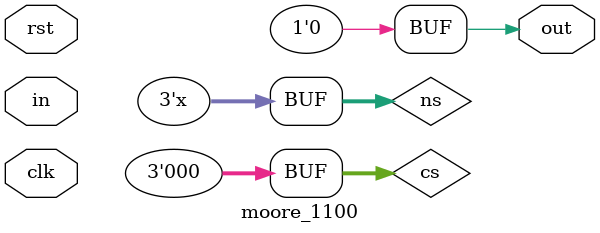
<source format=v>
module moore_1100 (
input clk,rst,in,
output reg out );
parameter A=3'b000,
          B=3'b001,
          C=3'b010,
          D=3'b011,
          E=3'b100;
reg [2:0] cs,ns;
always @(posedge clk or  posedge  rst ) begin
if (rst) begin
cs<=A;
out<=0;
end
else begin
cs<=ns;
end
end
always @(* ) begin
case (cs) 
A: begin 
ns=(in) ?B:A;
out=0;
end
B: begin 
ns=(in) ?C:A;
out=0;
end
C: begin 
ns=(in) ?C:D;
out=0;
end
D: begin 
ns=(in) ?B:E;
out=0;
end
E: begin 
ns=(in) ?A:A;
out=1;
end
default : begin
cs=A;
out=0;
end
endcase
end
endmodule

</source>
